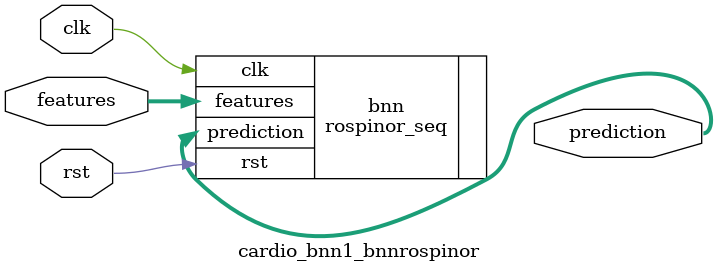
<source format=v>













module cardio_bnn1_bnnrospinor #(

parameter FEAT_CNT = 19,
parameter HIDDEN_CNT = 40,
parameter FEAT_BITS = 4,
parameter CLASS_CNT = 3,
parameter TEST_CNT = 1000


  ) (
  input clk,
  input rst,
  input [FEAT_CNT*FEAT_BITS-1:0] features,
  output [$clog2(CLASS_CNT)-1:0] prediction
  );

  localparam Weights0 = 760'b0000011011111100100011101010010000101011000001110111011001000001001000110000111101101000110100100011001000110001010010010100000010100011010111011011101110101010101110011100110100000011000000001011000010110101111110000101100111100000111010111101011100000011110111010000010010010110100011110010111010100010011000001100011000110011100010000001000111001010111001010110100000001000000110000111000100001010011111100000111010111000011011010101001110100100001011101110010000010010101000111101011000101100000000011011101000010000000110011110101001111111001000110000000101001000011000101001101010101011101101011010101100110010001111011001000101101100110001101001000010001110101101101101101110101100101111000110001001010100100101000101011100100101010100111101000110101011 ;
  localparam Weights1 = 120'b101010000001111100000011001000100011100111001011000110110011011101101001101001110100101100111001001101110110000110110011 ;

  rospinor_seq #(.FEAT_CNT(FEAT_CNT),.FEAT_BITS(FEAT_BITS),.HIDDEN_CNT(HIDDEN_CNT),.CLASS_CNT(CLASS_CNT),.Weights0(Weights0),.Weights1(Weights1)) bnn (
    .clk(clk),
    .rst(rst),
    .features(features),
    .prediction(prediction)
  );

endmodule

</source>
